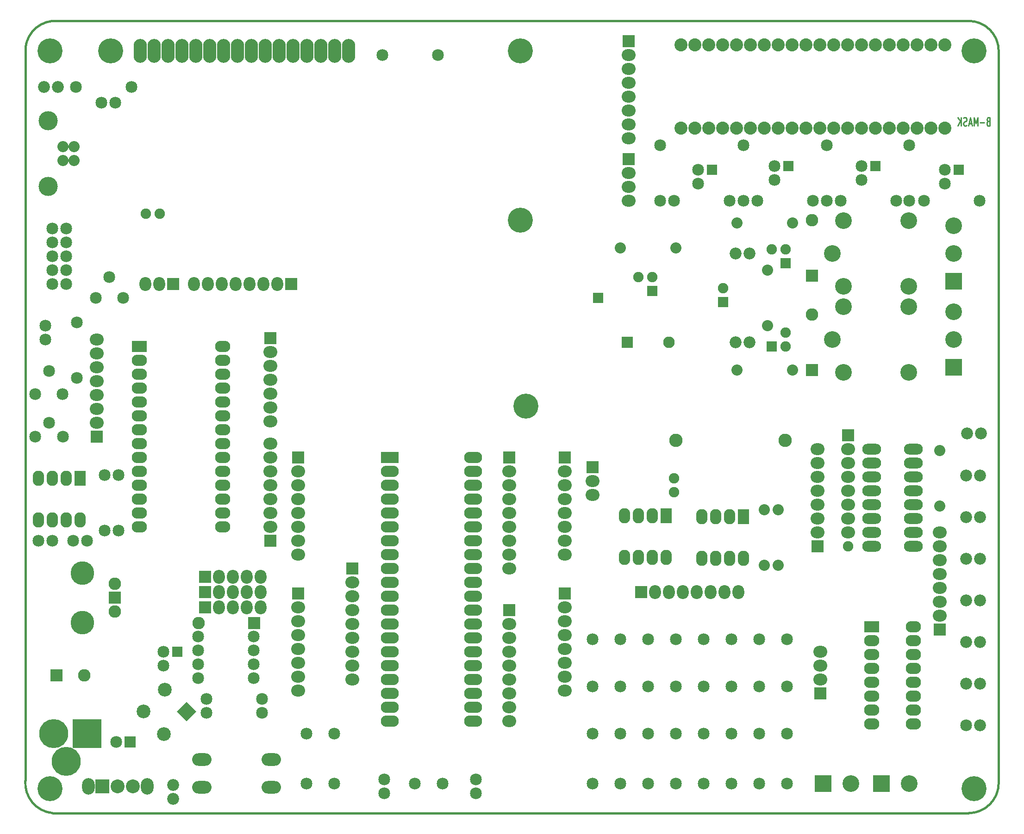
<source format=gbs>
G04 #@! TF.FileFunction,Soldermask,Bot*
%FSLAX46Y46*%
G04 Gerber Fmt 4.6, Leading zero omitted, Abs format (unit mm)*
G04 Created by KiCad (PCBNEW (2015-01-16 BZR 5376)-product) date 1/19/2016 10:56:04 AM*
%MOMM*%
G01*
G04 APERTURE LIST*
%ADD10C,0.150000*%
%ADD11C,0.381000*%
%ADD12C,0.254000*%
%ADD13C,2.286000*%
%ADD14R,2.286000X2.286000*%
%ADD15C,4.318000*%
%ADD16C,4.308000*%
%ADD17C,1.905000*%
%ADD18C,2.159000*%
%ADD19C,2.032000*%
%ADD20C,3.508000*%
%ADD21C,5.308600*%
%ADD22R,5.308600X5.308600*%
%ADD23R,3.302000X2.082800*%
%ADD24O,3.302000X2.082800*%
%ADD25O,2.540000X2.159000*%
%ADD26R,2.032000X2.032000*%
%ADD27R,2.794000X2.082800*%
%ADD28O,2.794000X2.082800*%
%ADD29C,2.184400*%
%ADD30O,2.159000X2.540000*%
%ADD31O,3.556000X2.308000*%
%ADD32C,2.508000*%
%ADD33O,3.462020X1.983740*%
%ADD34O,2.438400X4.368800*%
%ADD35C,2.387600*%
%ADD36C,4.572000*%
%ADD37R,2.540000X2.540000*%
%ADD38C,2.540000*%
%ADD39O,2.308000X3.008000*%
%ADD40C,3.048000*%
%ADD41R,2.108000X2.108000*%
%ADD42C,2.108000*%
%ADD43R,1.905000X1.905000*%
%ADD44R,3.048000X3.048000*%
%ADD45R,2.082800X2.794000*%
%ADD46O,2.082800X2.794000*%
%ADD47C,2.456180*%
G04 APERTURE END LIST*
D10*
D11*
X59500000Y-34500000D02*
X59500000Y-168500000D01*
X232000000Y-29500000D02*
X65500000Y-29500000D01*
X237500000Y-169000000D02*
X237500000Y-35000000D01*
X64500000Y-174500000D02*
X232000000Y-174500000D01*
X59500000Y-168500000D02*
G75*
G03X64500000Y-174500000I5500000J-500000D01*
G01*
X65500000Y-29500000D02*
G75*
G03X59500000Y-34500000I-500000J-5500000D01*
G01*
X237500000Y-35000000D02*
G75*
G03X232000000Y-29500000I-5500000J0D01*
G01*
X232000000Y-174500000D02*
G75*
G03X237500000Y-169000000I0J5500000D01*
G01*
D12*
X235564191Y-47891143D02*
X235419048Y-47963714D01*
X235370667Y-48036286D01*
X235322286Y-48181429D01*
X235322286Y-48399143D01*
X235370667Y-48544286D01*
X235419048Y-48616857D01*
X235515810Y-48689429D01*
X235902857Y-48689429D01*
X235902857Y-47165429D01*
X235564191Y-47165429D01*
X235467429Y-47238000D01*
X235419048Y-47310571D01*
X235370667Y-47455714D01*
X235370667Y-47600857D01*
X235419048Y-47746000D01*
X235467429Y-47818571D01*
X235564191Y-47891143D01*
X235902857Y-47891143D01*
X234886857Y-48108857D02*
X234112762Y-48108857D01*
X233628952Y-48689429D02*
X233628952Y-47165429D01*
X233290286Y-48254000D01*
X232951619Y-47165429D01*
X232951619Y-48689429D01*
X232516190Y-48254000D02*
X232032381Y-48254000D01*
X232612952Y-48689429D02*
X232274285Y-47165429D01*
X231935619Y-48689429D01*
X231645333Y-48616857D02*
X231500190Y-48689429D01*
X231258286Y-48689429D01*
X231161524Y-48616857D01*
X231113143Y-48544286D01*
X231064762Y-48399143D01*
X231064762Y-48254000D01*
X231113143Y-48108857D01*
X231161524Y-48036286D01*
X231258286Y-47963714D01*
X231451809Y-47891143D01*
X231548571Y-47818571D01*
X231596952Y-47746000D01*
X231645333Y-47600857D01*
X231645333Y-47455714D01*
X231596952Y-47310571D01*
X231548571Y-47238000D01*
X231451809Y-47165429D01*
X231209905Y-47165429D01*
X231064762Y-47238000D01*
X230629333Y-48689429D02*
X230629333Y-47165429D01*
X230048762Y-48689429D02*
X230484190Y-47818571D01*
X230048762Y-47165429D02*
X230629333Y-48036286D01*
D13*
X75880000Y-137604000D03*
D14*
X75880000Y-135064000D03*
D13*
X75880000Y-132524000D03*
D15*
X69880000Y-139664000D03*
D16*
X69880000Y-130564000D03*
D17*
X178115000Y-115760000D03*
X178115000Y-113220000D03*
D18*
X61315000Y-97805000D03*
X63815000Y-93535000D03*
X66315000Y-97805000D03*
X72364000Y-80160000D03*
X74864000Y-76390000D03*
X77364000Y-80160000D03*
D19*
X68387000Y-55054000D03*
X68387000Y-52514000D03*
X66388020Y-52514000D03*
X66388020Y-55054000D03*
D20*
X63688000Y-59783480D03*
X63688000Y-47784520D03*
D21*
X64704000Y-159956000D03*
D22*
X70800000Y-159956000D03*
D21*
X66990000Y-165036000D03*
D23*
X126172000Y-109410000D03*
D24*
X126172000Y-111950000D03*
X126172000Y-114490000D03*
X126172000Y-117030000D03*
X126172000Y-119570000D03*
X126172000Y-122110000D03*
X126172000Y-124650000D03*
X126172000Y-127190000D03*
X126172000Y-129730000D03*
X126172000Y-132270000D03*
X126172000Y-134810000D03*
X126172000Y-137350000D03*
X126172000Y-139890000D03*
X126172000Y-142430000D03*
X126172000Y-144970000D03*
X126172000Y-147510000D03*
X126172000Y-150050000D03*
X126172000Y-152590000D03*
X126172000Y-155130000D03*
X126172000Y-157670000D03*
X141412000Y-157670000D03*
X141412000Y-155130000D03*
X141412000Y-152590000D03*
X141412000Y-150050000D03*
X141412000Y-147510000D03*
X141412000Y-144970000D03*
X141412000Y-142430000D03*
X141412000Y-139890000D03*
X141412000Y-137350000D03*
X141412000Y-134810000D03*
X141412000Y-132270000D03*
X141412000Y-129730000D03*
X141412000Y-127190000D03*
X141412000Y-124650000D03*
X141412000Y-122110000D03*
X141412000Y-119570000D03*
X141412000Y-117030000D03*
X141412000Y-114490000D03*
X141412000Y-111950000D03*
X141412000Y-109410000D03*
D14*
X119314000Y-129730000D03*
D25*
X119314000Y-132270000D03*
X119314000Y-134810000D03*
X119314000Y-137350000D03*
X119314000Y-139890000D03*
X119314000Y-142430000D03*
X119314000Y-144970000D03*
X119314000Y-147510000D03*
X119314000Y-150050000D03*
D14*
X148016000Y-137350000D03*
D25*
X148016000Y-139890000D03*
X148016000Y-142430000D03*
X148016000Y-144970000D03*
X148016000Y-147510000D03*
X148016000Y-150050000D03*
X148016000Y-152590000D03*
X148016000Y-155130000D03*
X148016000Y-157670000D03*
D18*
X206055000Y-52260000D03*
X206055000Y-62420000D03*
X190815000Y-52260000D03*
X190815000Y-62420000D03*
D19*
X168336000Y-71056000D03*
X178496000Y-71056000D03*
D18*
X175575000Y-52260000D03*
X175575000Y-62420000D03*
D14*
X209992000Y-105346000D03*
D25*
X209992000Y-107886000D03*
X209992000Y-110426000D03*
X209992000Y-112966000D03*
X209992000Y-115506000D03*
X209992000Y-118046000D03*
X209992000Y-120586000D03*
X209992000Y-123126000D03*
D17*
X209992000Y-125666000D03*
D18*
X64450000Y-124650000D03*
X61910000Y-124650000D03*
X70800000Y-124650000D03*
X68260000Y-124650000D03*
X125156000Y-170878000D03*
X125156000Y-168338000D03*
X141920000Y-170878000D03*
X141920000Y-168338000D03*
D26*
X78674000Y-161480000D03*
D18*
X76134000Y-161480000D03*
D14*
X65212000Y-149288000D03*
D13*
X70292000Y-149288000D03*
X203388000Y-83248000D03*
D14*
X203388000Y-93408000D03*
D27*
X214310000Y-140398000D03*
D28*
X214310000Y-142938000D03*
X214310000Y-145478000D03*
X214310000Y-148018000D03*
X214310000Y-150558000D03*
X214310000Y-153098000D03*
X214310000Y-155638000D03*
X214310000Y-158178000D03*
X221930000Y-158178000D03*
X221930000Y-155638000D03*
X221930000Y-153098000D03*
X221930000Y-150558000D03*
X221930000Y-148018000D03*
X221930000Y-145478000D03*
X221930000Y-142938000D03*
X221930000Y-140398000D03*
D29*
X189418000Y-88328000D03*
X191958000Y-88328000D03*
X86548000Y-169354000D03*
X86548000Y-171894000D03*
D19*
X195260000Y-75120000D03*
X195260000Y-85280000D03*
D18*
X92644000Y-153606000D03*
X102804000Y-153606000D03*
X76515000Y-122745000D03*
X76515000Y-112585000D03*
X73975000Y-112585000D03*
X73975000Y-122745000D03*
X102804000Y-156146000D03*
X92644000Y-156146000D03*
D19*
X226756000Y-118300000D03*
X226756000Y-108140000D03*
X189672000Y-93408000D03*
X199832000Y-93408000D03*
X189672000Y-66484000D03*
X199832000Y-66484000D03*
D18*
X61275000Y-105600000D03*
X63815000Y-103060000D03*
X66355000Y-105600000D03*
D14*
X163256000Y-111188000D03*
D25*
X163256000Y-113728000D03*
X163256000Y-116268000D03*
D14*
X92390000Y-131254000D03*
D30*
X94930000Y-131254000D03*
X97470000Y-131254000D03*
X100010000Y-131254000D03*
X102550000Y-131254000D03*
D14*
X92390000Y-134048000D03*
D30*
X94930000Y-134048000D03*
X97470000Y-134048000D03*
X100010000Y-134048000D03*
X102550000Y-134048000D03*
D14*
X92390000Y-136842000D03*
D30*
X94930000Y-136842000D03*
X97470000Y-136842000D03*
X100010000Y-136842000D03*
X102550000Y-136842000D03*
D14*
X169860000Y-33210000D03*
D25*
X169860000Y-35750000D03*
X169860000Y-38290000D03*
X169860000Y-40830000D03*
X169860000Y-43370000D03*
X169860000Y-45910000D03*
X169860000Y-48450000D03*
X169860000Y-50990000D03*
D14*
X158176000Y-109410000D03*
D25*
X158176000Y-111950000D03*
X158176000Y-114490000D03*
X158176000Y-117030000D03*
X158176000Y-119570000D03*
X158176000Y-122110000D03*
X158176000Y-124650000D03*
X158176000Y-127190000D03*
D14*
X158176000Y-134302000D03*
D25*
X158176000Y-136842000D03*
X158176000Y-139382000D03*
X158176000Y-141922000D03*
X158176000Y-144462000D03*
X158176000Y-147002000D03*
X158176000Y-149542000D03*
X158176000Y-152082000D03*
D14*
X109408000Y-134302000D03*
D25*
X109408000Y-136842000D03*
X109408000Y-139382000D03*
X109408000Y-141922000D03*
X109408000Y-144462000D03*
X109408000Y-147002000D03*
X109408000Y-149542000D03*
X109408000Y-152082000D03*
D14*
X109408000Y-109410000D03*
D25*
X109408000Y-111950000D03*
X109408000Y-114490000D03*
X109408000Y-117030000D03*
X109408000Y-119570000D03*
X109408000Y-122110000D03*
X109408000Y-124650000D03*
X109408000Y-127190000D03*
D14*
X226756000Y-140906000D03*
D25*
X226756000Y-138366000D03*
X226756000Y-135826000D03*
X226756000Y-133286000D03*
X226756000Y-130746000D03*
X226756000Y-128206000D03*
X226756000Y-125666000D03*
X226756000Y-123126000D03*
D14*
X148016000Y-109410000D03*
D25*
X148016000Y-111950000D03*
X148016000Y-114490000D03*
X148016000Y-117030000D03*
X148016000Y-119570000D03*
X148016000Y-122110000D03*
X148016000Y-124650000D03*
X148016000Y-127190000D03*
X148016000Y-129730000D03*
D31*
X104455000Y-164655000D03*
X104455000Y-169735000D03*
X91755000Y-164655000D03*
X91755000Y-169735000D03*
D32*
X81072687Y-155892000D03*
X85024000Y-151940687D03*
D10*
G36*
X90748737Y-155892000D02*
X88975313Y-157665424D01*
X87201889Y-155892000D01*
X88975313Y-154118576D01*
X90748737Y-155892000D01*
X90748737Y-155892000D01*
G37*
D32*
X84844395Y-160022918D03*
D33*
X214310000Y-107886000D03*
X214310000Y-110426000D03*
X214310000Y-112966000D03*
X214310000Y-115506000D03*
X214310000Y-118046000D03*
X214310000Y-120586000D03*
X214310000Y-123126000D03*
X214310000Y-125666000D03*
X221930000Y-125666000D03*
X221930000Y-123126000D03*
X221930000Y-120586000D03*
X221930000Y-118046000D03*
X221930000Y-115506000D03*
X221930000Y-112966000D03*
X221930000Y-110426000D03*
X221930000Y-107886000D03*
D34*
X80540000Y-35000000D03*
X83080000Y-35000000D03*
X85620000Y-35000000D03*
X88160000Y-35000000D03*
X90700000Y-35000000D03*
X93240000Y-35000000D03*
X95780000Y-35000000D03*
X98320000Y-35000000D03*
X100860000Y-35000000D03*
X103400000Y-35000000D03*
X105940000Y-35000000D03*
X108480000Y-35000000D03*
X111020000Y-35000000D03*
X113560000Y-35000000D03*
X116100000Y-35000000D03*
X118640000Y-35000000D03*
D35*
X179385000Y-49085000D03*
X181925000Y-49085000D03*
X184465000Y-49085000D03*
X187005000Y-49085000D03*
X189545000Y-49085000D03*
X189545000Y-33845000D03*
X187005000Y-33845000D03*
X184465000Y-33845000D03*
X181925000Y-33845000D03*
X179385000Y-33845000D03*
X192085000Y-49085000D03*
X194625000Y-49085000D03*
X197165000Y-49085000D03*
X199705000Y-49085000D03*
X202245000Y-49085000D03*
X202245000Y-33845000D03*
X199705000Y-33845000D03*
X197165000Y-33845000D03*
X194625000Y-33845000D03*
X192085000Y-33845000D03*
X204785000Y-49085000D03*
X207325000Y-49085000D03*
X209865000Y-49085000D03*
X212405000Y-49085000D03*
X214945000Y-49085000D03*
X214945000Y-33845000D03*
X212405000Y-33845000D03*
X209865000Y-33845000D03*
X207325000Y-33845000D03*
X204785000Y-33845000D03*
X217485000Y-49085000D03*
X220025000Y-49085000D03*
X222565000Y-49085000D03*
X225105000Y-49085000D03*
X227645000Y-49085000D03*
X227645000Y-33845000D03*
X225105000Y-33845000D03*
X222565000Y-33845000D03*
X220025000Y-33845000D03*
X217485000Y-33845000D03*
D18*
X221168000Y-52260000D03*
X221168000Y-62420000D03*
D36*
X233000000Y-170000000D03*
X64000000Y-170000000D03*
X233000000Y-35000000D03*
X64000000Y-35000000D03*
D18*
X135824000Y-169100000D03*
X130744000Y-169100000D03*
X173416000Y-142684000D03*
X178496000Y-142684000D03*
X163256000Y-142684000D03*
X168336000Y-142684000D03*
X183576000Y-142684000D03*
X188656000Y-142684000D03*
X193736000Y-142684000D03*
X198816000Y-142684000D03*
X163256000Y-151320000D03*
X168336000Y-151320000D03*
X173416000Y-151320000D03*
X178496000Y-151320000D03*
X183576000Y-151320000D03*
X188656000Y-151320000D03*
X193736000Y-151320000D03*
X198816000Y-151320000D03*
X163256000Y-159956000D03*
X168336000Y-159956000D03*
X173416000Y-159956000D03*
X178496000Y-159956000D03*
X183576000Y-159956000D03*
X188656000Y-159956000D03*
X193736000Y-159956000D03*
X198816000Y-159956000D03*
X163256000Y-169100000D03*
X168336000Y-169100000D03*
X173416000Y-169100000D03*
X178496000Y-169100000D03*
X183576000Y-169100000D03*
X188656000Y-169100000D03*
X193736000Y-169100000D03*
X198816000Y-169100000D03*
X110932000Y-159956000D03*
X116012000Y-159956000D03*
X110932000Y-169100000D03*
X116012000Y-169100000D03*
D37*
X73588920Y-169608000D03*
D38*
X76388000Y-169608000D03*
X79182000Y-169608000D03*
D39*
X81788040Y-169608000D03*
X70987960Y-169608000D03*
D40*
X209072520Y-81820520D03*
X207071000Y-87820000D03*
X221071480Y-81820520D03*
X221071480Y-93819480D03*
X209072520Y-93819480D03*
X209072520Y-66072520D03*
X207071000Y-72072000D03*
X221071480Y-66072520D03*
X221071480Y-78071480D03*
X209072520Y-78071480D03*
D41*
X169606000Y-88328000D03*
D42*
X177226000Y-88328000D03*
D43*
X87310000Y-144970000D03*
D18*
X84770000Y-144970000D03*
X84770000Y-147510000D03*
X91120000Y-147256000D03*
X101280000Y-147256000D03*
X101280000Y-142176000D03*
X91120000Y-142176000D03*
X101280000Y-144716000D03*
X91120000Y-144716000D03*
X91120000Y-149796000D03*
X101280000Y-149796000D03*
X73406000Y-44450000D03*
X75946000Y-44450000D03*
D43*
X174178000Y-78930000D03*
D17*
X174178000Y-76390000D03*
X171638000Y-76390000D03*
D43*
X230185000Y-56705000D03*
D18*
X227645000Y-56705000D03*
X227645000Y-59245000D03*
D43*
X199070000Y-56070000D03*
D18*
X196530000Y-56070000D03*
X196530000Y-58610000D03*
D43*
X185100000Y-56705000D03*
D18*
X182560000Y-56705000D03*
X182560000Y-59245000D03*
D43*
X214945000Y-56070000D03*
D18*
X212405000Y-56070000D03*
X212405000Y-58610000D03*
D43*
X198562000Y-73850000D03*
D17*
X198562000Y-71310000D03*
X196022000Y-71310000D03*
D43*
X196022000Y-89090000D03*
D17*
X198562000Y-89090000D03*
X198562000Y-86550000D03*
D14*
X104328000Y-124650000D03*
D25*
X104328000Y-122110000D03*
X104328000Y-119570000D03*
X104328000Y-117030000D03*
X104328000Y-114490000D03*
X104328000Y-111950000D03*
X104328000Y-109410000D03*
X104328000Y-106870000D03*
D14*
X104328000Y-87566000D03*
D25*
X104328000Y-90106000D03*
X104328000Y-92646000D03*
X104328000Y-95186000D03*
X104328000Y-97726000D03*
X104328000Y-100266000D03*
X104328000Y-102806000D03*
D19*
X194625000Y-118935000D03*
X194625000Y-129095000D03*
D18*
X68895000Y-84645000D03*
X68895000Y-94805000D03*
X134935000Y-35750000D03*
X124775000Y-35750000D03*
D19*
X197165000Y-129095000D03*
X197165000Y-118935000D03*
D18*
X223835000Y-62420000D03*
X233995000Y-62420000D03*
X208595000Y-62420000D03*
X218755000Y-62420000D03*
X193355000Y-62420000D03*
X203515000Y-62420000D03*
X178115000Y-62420000D03*
X188275000Y-62420000D03*
D29*
X231582000Y-150812000D03*
X234122000Y-150812000D03*
X231582000Y-143192000D03*
X234122000Y-143192000D03*
X231582000Y-135572000D03*
X234122000Y-135572000D03*
X231582000Y-127952000D03*
X234122000Y-127952000D03*
X231582000Y-120332000D03*
X234122000Y-120332000D03*
X231582000Y-112712000D03*
X234122000Y-112712000D03*
D18*
X63180000Y-87820000D03*
X63180000Y-85280000D03*
D17*
X81534000Y-64770000D03*
X84074000Y-64770000D03*
D14*
X108138000Y-77660000D03*
D30*
X105598000Y-77660000D03*
X103058000Y-77660000D03*
X100518000Y-77660000D03*
X97978000Y-77660000D03*
X95438000Y-77660000D03*
X92898000Y-77660000D03*
X90358000Y-77660000D03*
D44*
X216088000Y-169100000D03*
D40*
X221168000Y-169100000D03*
D18*
X66990000Y-77660000D03*
X64450000Y-77660000D03*
X66990000Y-75120000D03*
X64450000Y-75120000D03*
X66990000Y-72580000D03*
X64450000Y-72580000D03*
X66990000Y-70040000D03*
X64450000Y-70040000D03*
X66990000Y-67500000D03*
X64450000Y-67500000D03*
D29*
X189418000Y-72072000D03*
X191958000Y-72072000D03*
X231730000Y-105000000D03*
X234270000Y-105000000D03*
D45*
X190815000Y-120205000D03*
D46*
X188275000Y-120205000D03*
X185735000Y-120205000D03*
X183195000Y-120205000D03*
X183195000Y-127825000D03*
X185735000Y-127825000D03*
X188275000Y-127825000D03*
X190815000Y-127825000D03*
D45*
X176718000Y-120078000D03*
D46*
X174178000Y-120078000D03*
X171638000Y-120078000D03*
X169098000Y-120078000D03*
X169098000Y-127698000D03*
X171638000Y-127698000D03*
X174178000Y-127698000D03*
X176718000Y-127698000D03*
D47*
X178435040Y-106235000D03*
X198435000Y-106235000D03*
D13*
X203388000Y-65976000D03*
D14*
X203388000Y-76136000D03*
X204404000Y-125666000D03*
D25*
X204404000Y-123126000D03*
X204404000Y-120586000D03*
X204404000Y-118046000D03*
X204404000Y-115506000D03*
X204404000Y-112966000D03*
X204404000Y-110426000D03*
X204404000Y-107886000D03*
D44*
X229296000Y-77152000D03*
D40*
X229296000Y-72072000D03*
X229296000Y-66992000D03*
D14*
X86548000Y-77660000D03*
D30*
X84008000Y-77660000D03*
X81468000Y-77660000D03*
D14*
X172146000Y-134048000D03*
D30*
X174686000Y-134048000D03*
X177226000Y-134048000D03*
X179766000Y-134048000D03*
X182306000Y-134048000D03*
X184846000Y-134048000D03*
X187386000Y-134048000D03*
X189926000Y-134048000D03*
D14*
X169860000Y-54800000D03*
D25*
X169860000Y-57340000D03*
X169860000Y-59880000D03*
X169860000Y-62420000D03*
D44*
X229296000Y-92900000D03*
D40*
X229296000Y-87820000D03*
X229296000Y-82740000D03*
D44*
X205420000Y-169100000D03*
D40*
X210500000Y-169100000D03*
D43*
X187132000Y-80962000D03*
D17*
X187132000Y-78422000D03*
D14*
X204912000Y-152590000D03*
D25*
X204912000Y-150050000D03*
X204912000Y-147510000D03*
X204912000Y-144970000D03*
D27*
X80325000Y-89090000D03*
D28*
X80325000Y-91630000D03*
X80325000Y-94170000D03*
X80325000Y-96710000D03*
X80325000Y-99250000D03*
X80325000Y-101790000D03*
X80325000Y-104330000D03*
X80325000Y-106870000D03*
X80325000Y-109410000D03*
X80325000Y-111950000D03*
X80325000Y-114490000D03*
X80325000Y-117030000D03*
X80325000Y-119570000D03*
X80325000Y-122110000D03*
X95565000Y-122110000D03*
X95565000Y-119570000D03*
X95565000Y-117030000D03*
X95565000Y-114490000D03*
X95565000Y-111950000D03*
X95565000Y-109410000D03*
X95565000Y-106870000D03*
X95565000Y-104330000D03*
X95565000Y-101790000D03*
X95565000Y-99250000D03*
X95565000Y-96710000D03*
X95565000Y-94170000D03*
X95565000Y-91630000D03*
X95565000Y-89090000D03*
D45*
X69530000Y-113220000D03*
D46*
X66990000Y-113220000D03*
X64450000Y-113220000D03*
X61910000Y-113220000D03*
X61910000Y-120840000D03*
X64450000Y-120840000D03*
X66990000Y-120840000D03*
X69530000Y-120840000D03*
D14*
X72578000Y-105600000D03*
D25*
X72578000Y-103060000D03*
X72578000Y-100520000D03*
X72578000Y-97980000D03*
X72578000Y-95440000D03*
X72578000Y-92900000D03*
X72578000Y-90360000D03*
X72578000Y-87820000D03*
D18*
X231582000Y-158432000D03*
D29*
X234122000Y-158432000D03*
D43*
X164272000Y-80200000D03*
D18*
X68768000Y-41592000D03*
X78928000Y-41592000D03*
D29*
X65466000Y-41592000D03*
X62926000Y-41592000D03*
D13*
X91186000Y-139700000D03*
D14*
X101346000Y-139700000D03*
D36*
X151000000Y-100000000D03*
X150050500Y-34988500D03*
X150050500Y-65976500D03*
X75057000Y-34988500D03*
M02*

</source>
